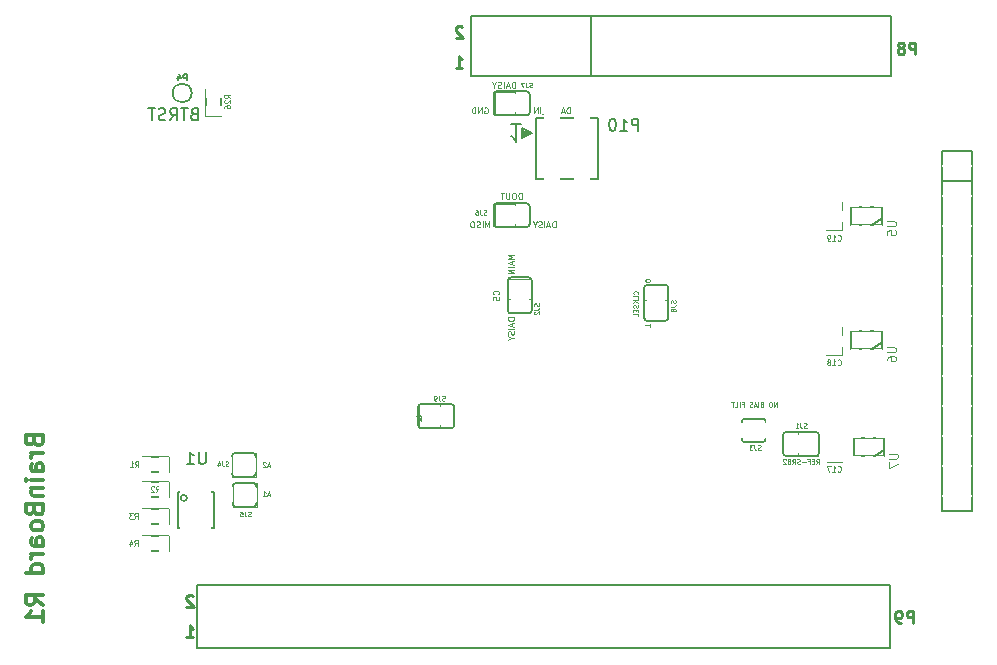
<source format=gbo>
G04 (created by PCBNEW (2013-05-31 BZR 4019)-stable) date 12/30/2013 4:19:26 PM*
%MOIN*%
G04 Gerber Fmt 3.4, Leading zero omitted, Abs format*
%FSLAX34Y34*%
G01*
G70*
G90*
G04 APERTURE LIST*
%ADD10C,0.00590551*%
%ADD11C,0.004*%
%ADD12C,0.00787402*%
%ADD13C,0.00976378*%
%ADD14C,0.011811*%
%ADD15C,0.0026*%
%ADD16C,0.008*%
%ADD17C,0.006*%
%ADD18C,0.005*%
%ADD19C,0.0047*%
%ADD20C,0.0078*%
%ADD21C,0.0035*%
%ADD22C,0.0045*%
%ADD23C,0.003*%
%ADD24C,0.000175*%
%ADD25C,0.0025*%
%ADD26C,0.00125*%
%ADD27R,0.037X0.062*%
%ADD28R,0.028X0.062*%
%ADD29R,0.037X0.057*%
%ADD30C,0.057*%
%ADD31R,0.0316X0.0434*%
%ADD32R,0.057X0.037*%
%ADD33R,0.0986X0.072*%
%ADD34O,0.0986X0.072*%
%ADD35C,0.0632*%
%ADD36C,0.192*%
%ADD37R,0.077X0.077*%
%ADD38R,0.0521575X0.147827*%
%ADD39R,0.062X0.037*%
G04 APERTURE END LIST*
G54D10*
G54D11*
X-12154Y-980D02*
X-12154Y-780D01*
X-12202Y-780D01*
X-12230Y-790D01*
X-12249Y-809D01*
X-12259Y-828D01*
X-12269Y-866D01*
X-12269Y-895D01*
X-12259Y-933D01*
X-12249Y-952D01*
X-12230Y-971D01*
X-12202Y-980D01*
X-12154Y-980D01*
X-12345Y-923D02*
X-12440Y-923D01*
X-12326Y-980D02*
X-12392Y-780D01*
X-12459Y-980D01*
X-12526Y-980D02*
X-12526Y-780D01*
X-12611Y-971D02*
X-12640Y-980D01*
X-12688Y-980D01*
X-12707Y-971D01*
X-12716Y-961D01*
X-12726Y-942D01*
X-12726Y-923D01*
X-12716Y-904D01*
X-12707Y-895D01*
X-12688Y-885D01*
X-12650Y-876D01*
X-12630Y-866D01*
X-12621Y-857D01*
X-12611Y-838D01*
X-12611Y-819D01*
X-12621Y-800D01*
X-12630Y-790D01*
X-12650Y-780D01*
X-12697Y-780D01*
X-12726Y-790D01*
X-12850Y-885D02*
X-12850Y-980D01*
X-12783Y-780D02*
X-12850Y-885D01*
X-12916Y-780D01*
X-12935Y-1000D02*
X-13088Y-1000D01*
X-13135Y-980D02*
X-13135Y-780D01*
X-13230Y-980D02*
X-13230Y-780D01*
X-13345Y-980D01*
X-13345Y-780D01*
X-14997Y-790D02*
X-14978Y-780D01*
X-14950Y-780D01*
X-14921Y-790D01*
X-14902Y-809D01*
X-14892Y-828D01*
X-14883Y-866D01*
X-14883Y-895D01*
X-14892Y-933D01*
X-14902Y-952D01*
X-14921Y-971D01*
X-14950Y-980D01*
X-14969Y-980D01*
X-14997Y-971D01*
X-15007Y-961D01*
X-15007Y-895D01*
X-14969Y-895D01*
X-15092Y-980D02*
X-15092Y-780D01*
X-15207Y-980D01*
X-15207Y-780D01*
X-15302Y-980D02*
X-15302Y-780D01*
X-15350Y-780D01*
X-15378Y-790D01*
X-15397Y-809D01*
X-15407Y-828D01*
X-15416Y-866D01*
X-15416Y-895D01*
X-15407Y-933D01*
X-15397Y-952D01*
X-15378Y-971D01*
X-15350Y-980D01*
X-15302Y-980D01*
X-14835Y-4780D02*
X-14835Y-4580D01*
X-14902Y-4723D01*
X-14969Y-4580D01*
X-14969Y-4780D01*
X-15064Y-4780D02*
X-15064Y-4580D01*
X-15150Y-4771D02*
X-15178Y-4780D01*
X-15226Y-4780D01*
X-15245Y-4771D01*
X-15254Y-4761D01*
X-15264Y-4742D01*
X-15264Y-4723D01*
X-15254Y-4704D01*
X-15245Y-4695D01*
X-15226Y-4685D01*
X-15188Y-4676D01*
X-15169Y-4666D01*
X-15159Y-4657D01*
X-15150Y-4638D01*
X-15150Y-4619D01*
X-15159Y-4600D01*
X-15169Y-4590D01*
X-15188Y-4580D01*
X-15235Y-4580D01*
X-15264Y-4590D01*
X-15388Y-4580D02*
X-15426Y-4580D01*
X-15445Y-4590D01*
X-15464Y-4609D01*
X-15473Y-4647D01*
X-15473Y-4714D01*
X-15464Y-4752D01*
X-15445Y-4771D01*
X-15426Y-4780D01*
X-15388Y-4780D01*
X-15369Y-4771D01*
X-15350Y-4752D01*
X-15340Y-4714D01*
X-15340Y-4647D01*
X-15350Y-4609D01*
X-15369Y-4590D01*
X-15388Y-4580D01*
X-12633Y-4780D02*
X-12633Y-4580D01*
X-12680Y-4580D01*
X-12709Y-4590D01*
X-12728Y-4609D01*
X-12738Y-4628D01*
X-12747Y-4666D01*
X-12747Y-4695D01*
X-12738Y-4733D01*
X-12728Y-4752D01*
X-12709Y-4771D01*
X-12680Y-4780D01*
X-12633Y-4780D01*
X-12823Y-4723D02*
X-12919Y-4723D01*
X-12804Y-4780D02*
X-12871Y-4580D01*
X-12938Y-4780D01*
X-13004Y-4780D02*
X-13004Y-4580D01*
X-13090Y-4771D02*
X-13119Y-4780D01*
X-13166Y-4780D01*
X-13185Y-4771D01*
X-13195Y-4761D01*
X-13204Y-4742D01*
X-13204Y-4723D01*
X-13195Y-4704D01*
X-13185Y-4695D01*
X-13166Y-4685D01*
X-13128Y-4676D01*
X-13109Y-4666D01*
X-13100Y-4657D01*
X-13090Y-4638D01*
X-13090Y-4619D01*
X-13100Y-4600D01*
X-13109Y-4590D01*
X-13128Y-4580D01*
X-13176Y-4580D01*
X-13204Y-4590D01*
X-13328Y-4685D02*
X-13328Y-4780D01*
X-13261Y-4580D02*
X-13328Y-4685D01*
X-13395Y-4580D01*
X-14019Y-7783D02*
X-14219Y-7783D01*
X-14219Y-7830D01*
X-14209Y-7859D01*
X-14190Y-7878D01*
X-14171Y-7888D01*
X-14133Y-7897D01*
X-14104Y-7897D01*
X-14066Y-7888D01*
X-14047Y-7878D01*
X-14028Y-7859D01*
X-14019Y-7830D01*
X-14019Y-7783D01*
X-14076Y-7973D02*
X-14076Y-8069D01*
X-14019Y-7954D02*
X-14219Y-8021D01*
X-14019Y-8088D01*
X-14019Y-8154D02*
X-14219Y-8154D01*
X-14028Y-8240D02*
X-14019Y-8269D01*
X-14019Y-8316D01*
X-14028Y-8335D01*
X-14038Y-8345D01*
X-14057Y-8354D01*
X-14076Y-8354D01*
X-14095Y-8345D01*
X-14104Y-8335D01*
X-14114Y-8316D01*
X-14123Y-8278D01*
X-14133Y-8259D01*
X-14142Y-8250D01*
X-14161Y-8240D01*
X-14180Y-8240D01*
X-14200Y-8250D01*
X-14209Y-8259D01*
X-14219Y-8278D01*
X-14219Y-8326D01*
X-14209Y-8354D01*
X-14114Y-8478D02*
X-14019Y-8478D01*
X-14219Y-8411D02*
X-14114Y-8478D01*
X-14219Y-8545D01*
X-14019Y-5695D02*
X-14219Y-5695D01*
X-14076Y-5761D01*
X-14219Y-5828D01*
X-14019Y-5828D01*
X-14076Y-5914D02*
X-14076Y-6009D01*
X-14019Y-5895D02*
X-14219Y-5961D01*
X-14019Y-6028D01*
X-14019Y-6095D02*
X-14219Y-6095D01*
X-14019Y-6190D02*
X-14219Y-6190D01*
X-14019Y-6304D01*
X-14219Y-6304D01*
X-9485Y-8095D02*
X-9485Y-8004D01*
X-9485Y-8050D02*
X-9645Y-8050D01*
X-9622Y-8034D01*
X-9607Y-8019D01*
X-9599Y-8004D01*
X-9645Y-6542D02*
X-9645Y-6557D01*
X-9637Y-6572D01*
X-9630Y-6580D01*
X-9614Y-6588D01*
X-9584Y-6595D01*
X-9546Y-6595D01*
X-9515Y-6588D01*
X-9500Y-6580D01*
X-9492Y-6572D01*
X-9485Y-6557D01*
X-9485Y-6542D01*
X-9492Y-6527D01*
X-9500Y-6519D01*
X-9515Y-6511D01*
X-9546Y-6504D01*
X-9584Y-6504D01*
X-9614Y-6511D01*
X-9630Y-6519D01*
X-9637Y-6527D01*
X-9645Y-6542D01*
G54D12*
X-11450Y250D02*
X-11450Y2250D01*
X-15450Y250D02*
X-15450Y2250D01*
X-1450Y2250D02*
X-1450Y250D01*
X-1450Y250D02*
X-15450Y250D01*
X-15450Y2250D02*
X-1450Y2250D01*
X250Y-14250D02*
X250Y-3250D01*
X1250Y-14250D02*
X250Y-14250D01*
X1250Y-3250D02*
X1250Y-14250D01*
X1250Y-3250D02*
X1250Y-2250D01*
X250Y-3250D02*
X1250Y-3250D01*
X250Y-2250D02*
X250Y-3250D01*
X1250Y-2250D02*
X250Y-2250D01*
G54D13*
X-15961Y541D02*
X-15738Y541D01*
X-15850Y541D02*
X-15850Y932D01*
X-15812Y876D01*
X-15775Y839D01*
X-15738Y820D01*
X-15738Y1895D02*
X-15757Y1913D01*
X-15794Y1932D01*
X-15887Y1932D01*
X-15924Y1913D01*
X-15942Y1895D01*
X-15961Y1858D01*
X-15961Y1820D01*
X-15942Y1765D01*
X-15719Y1541D01*
X-15961Y1541D01*
X-24713Y-17079D02*
X-24732Y-17061D01*
X-24769Y-17042D01*
X-24862Y-17042D01*
X-24899Y-17061D01*
X-24917Y-17079D01*
X-24936Y-17116D01*
X-24936Y-17154D01*
X-24917Y-17209D01*
X-24694Y-17433D01*
X-24936Y-17433D01*
X-24936Y-18433D02*
X-24713Y-18433D01*
X-24825Y-18433D02*
X-24825Y-18042D01*
X-24787Y-18098D01*
X-24750Y-18135D01*
X-24713Y-18154D01*
X-711Y-17958D02*
X-711Y-17567D01*
X-860Y-17567D01*
X-897Y-17586D01*
X-916Y-17604D01*
X-934Y-17641D01*
X-934Y-17697D01*
X-916Y-17734D01*
X-897Y-17753D01*
X-860Y-17772D01*
X-711Y-17772D01*
X-1120Y-17958D02*
X-1195Y-17958D01*
X-1232Y-17939D01*
X-1251Y-17920D01*
X-1288Y-17865D01*
X-1306Y-17790D01*
X-1306Y-17641D01*
X-1288Y-17604D01*
X-1269Y-17586D01*
X-1232Y-17567D01*
X-1158Y-17567D01*
X-1120Y-17586D01*
X-1102Y-17604D01*
X-1083Y-17641D01*
X-1083Y-17734D01*
X-1102Y-17772D01*
X-1120Y-17790D01*
X-1158Y-17809D01*
X-1232Y-17809D01*
X-1269Y-17790D01*
X-1288Y-17772D01*
X-1306Y-17734D01*
X-636Y991D02*
X-636Y1382D01*
X-785Y1382D01*
X-822Y1363D01*
X-841Y1345D01*
X-859Y1308D01*
X-859Y1252D01*
X-841Y1215D01*
X-822Y1196D01*
X-785Y1177D01*
X-636Y1177D01*
X-1083Y1215D02*
X-1045Y1233D01*
X-1027Y1252D01*
X-1008Y1289D01*
X-1008Y1308D01*
X-1027Y1345D01*
X-1045Y1363D01*
X-1083Y1382D01*
X-1157Y1382D01*
X-1194Y1363D01*
X-1213Y1345D01*
X-1231Y1308D01*
X-1231Y1289D01*
X-1213Y1252D01*
X-1194Y1233D01*
X-1157Y1215D01*
X-1083Y1215D01*
X-1045Y1196D01*
X-1027Y1177D01*
X-1008Y1140D01*
X-1008Y1066D01*
X-1027Y1029D01*
X-1045Y1010D01*
X-1083Y991D01*
X-1157Y991D01*
X-1194Y1010D01*
X-1213Y1029D01*
X-1231Y1066D01*
X-1231Y1140D01*
X-1213Y1177D01*
X-1194Y1196D01*
X-1157Y1215D01*
G54D12*
X-1475Y-18800D02*
X-24575Y-18800D01*
X-1475Y-16700D02*
X-1475Y-18800D01*
X-24575Y-16700D02*
X-1475Y-16700D01*
X-24575Y-18800D02*
X-24575Y-16700D01*
G54D14*
X-30020Y-11903D02*
X-29992Y-11987D01*
X-29964Y-12015D01*
X-29907Y-12044D01*
X-29823Y-12044D01*
X-29767Y-12015D01*
X-29739Y-11987D01*
X-29710Y-11931D01*
X-29710Y-11706D01*
X-30301Y-11706D01*
X-30301Y-11903D01*
X-30273Y-11959D01*
X-30245Y-11987D01*
X-30189Y-12015D01*
X-30132Y-12015D01*
X-30076Y-11987D01*
X-30048Y-11959D01*
X-30020Y-11903D01*
X-30020Y-11706D01*
X-29710Y-12297D02*
X-30104Y-12297D01*
X-29992Y-12297D02*
X-30048Y-12325D01*
X-30076Y-12353D01*
X-30104Y-12409D01*
X-30104Y-12465D01*
X-29710Y-12915D02*
X-30020Y-12915D01*
X-30076Y-12887D01*
X-30104Y-12831D01*
X-30104Y-12719D01*
X-30076Y-12662D01*
X-29739Y-12915D02*
X-29710Y-12859D01*
X-29710Y-12719D01*
X-29739Y-12662D01*
X-29795Y-12634D01*
X-29851Y-12634D01*
X-29907Y-12662D01*
X-29935Y-12719D01*
X-29935Y-12859D01*
X-29964Y-12915D01*
X-29710Y-13197D02*
X-30104Y-13197D01*
X-30301Y-13197D02*
X-30273Y-13168D01*
X-30245Y-13197D01*
X-30273Y-13225D01*
X-30301Y-13197D01*
X-30245Y-13197D01*
X-30104Y-13478D02*
X-29710Y-13478D01*
X-30048Y-13478D02*
X-30076Y-13506D01*
X-30104Y-13562D01*
X-30104Y-13647D01*
X-30076Y-13703D01*
X-30020Y-13731D01*
X-29710Y-13731D01*
X-30020Y-14209D02*
X-29992Y-14293D01*
X-29964Y-14321D01*
X-29907Y-14350D01*
X-29823Y-14350D01*
X-29767Y-14321D01*
X-29739Y-14293D01*
X-29710Y-14237D01*
X-29710Y-14012D01*
X-30301Y-14012D01*
X-30301Y-14209D01*
X-30273Y-14265D01*
X-30245Y-14293D01*
X-30189Y-14321D01*
X-30132Y-14321D01*
X-30076Y-14293D01*
X-30048Y-14265D01*
X-30020Y-14209D01*
X-30020Y-14012D01*
X-29710Y-14687D02*
X-29739Y-14631D01*
X-29767Y-14603D01*
X-29823Y-14575D01*
X-29992Y-14575D01*
X-30048Y-14603D01*
X-30076Y-14631D01*
X-30104Y-14687D01*
X-30104Y-14771D01*
X-30076Y-14828D01*
X-30048Y-14856D01*
X-29992Y-14884D01*
X-29823Y-14884D01*
X-29767Y-14856D01*
X-29739Y-14828D01*
X-29710Y-14771D01*
X-29710Y-14687D01*
X-29710Y-15390D02*
X-30020Y-15390D01*
X-30076Y-15362D01*
X-30104Y-15306D01*
X-30104Y-15193D01*
X-30076Y-15137D01*
X-29739Y-15390D02*
X-29710Y-15334D01*
X-29710Y-15193D01*
X-29739Y-15137D01*
X-29795Y-15109D01*
X-29851Y-15109D01*
X-29907Y-15137D01*
X-29935Y-15193D01*
X-29935Y-15334D01*
X-29964Y-15390D01*
X-29710Y-15671D02*
X-30104Y-15671D01*
X-29992Y-15671D02*
X-30048Y-15699D01*
X-30076Y-15728D01*
X-30104Y-15784D01*
X-30104Y-15840D01*
X-29710Y-16290D02*
X-30301Y-16290D01*
X-29739Y-16290D02*
X-29710Y-16234D01*
X-29710Y-16121D01*
X-29739Y-16065D01*
X-29767Y-16037D01*
X-29823Y-16009D01*
X-29992Y-16009D01*
X-30048Y-16037D01*
X-30076Y-16065D01*
X-30104Y-16121D01*
X-30104Y-16234D01*
X-30076Y-16290D01*
X-29710Y-17359D02*
X-29992Y-17162D01*
X-29710Y-17021D02*
X-30301Y-17021D01*
X-30301Y-17246D01*
X-30273Y-17302D01*
X-30245Y-17330D01*
X-30189Y-17359D01*
X-30104Y-17359D01*
X-30048Y-17330D01*
X-30020Y-17302D01*
X-29992Y-17246D01*
X-29992Y-17021D01*
X-29710Y-17921D02*
X-29710Y-17584D01*
X-29710Y-17752D02*
X-30301Y-17752D01*
X-30217Y-17696D01*
X-30160Y-17640D01*
X-30132Y-17584D01*
G54D15*
X-23425Y-12300D02*
X-22625Y-12300D01*
X-22625Y-12300D02*
X-22625Y-13100D01*
X-23425Y-13100D02*
X-22625Y-13100D01*
X-23425Y-12300D02*
X-23425Y-13100D01*
G54D16*
X-22711Y-12307D02*
X-23339Y-12307D01*
X-23339Y-13093D02*
X-22711Y-13093D01*
X-22632Y-12975D02*
G75*
G02X-22710Y-13092I-97J-19D01*
G74*
G01*
X-23339Y-13093D02*
G75*
G02X-23418Y-12975I19J98D01*
G74*
G01*
X-23417Y-12424D02*
G75*
G02X-23339Y-12307I97J19D01*
G74*
G01*
X-22710Y-12306D02*
G75*
G02X-22631Y-12424I-19J-98D01*
G74*
G01*
G54D15*
X-23400Y-13300D02*
X-22600Y-13300D01*
X-22600Y-13300D02*
X-22600Y-14100D01*
X-23400Y-14100D02*
X-22600Y-14100D01*
X-23400Y-13300D02*
X-23400Y-14100D01*
G54D16*
X-22686Y-13307D02*
X-23314Y-13307D01*
X-23314Y-14093D02*
X-22686Y-14093D01*
X-22607Y-13975D02*
G75*
G02X-22685Y-14092I-97J-19D01*
G74*
G01*
X-23314Y-14093D02*
G75*
G02X-23393Y-13975I19J98D01*
G74*
G01*
X-23392Y-13424D02*
G75*
G02X-23314Y-13307I97J19D01*
G74*
G01*
X-22685Y-13306D02*
G75*
G02X-22606Y-13424I-19J-98D01*
G74*
G01*
G54D15*
X-4560Y-11600D02*
X-3890Y-11600D01*
X-3890Y-11600D02*
X-3890Y-12390D01*
X-4560Y-12390D02*
X-3890Y-12390D01*
X-4560Y-11600D02*
X-4560Y-12390D01*
G54D17*
X-3950Y-11600D02*
X-4950Y-11600D01*
X-3850Y-11700D02*
X-3850Y-12300D01*
X-5050Y-11700D02*
X-5050Y-12300D01*
X-4950Y-12400D02*
X-3950Y-12400D01*
G54D18*
X-4050Y-12200D02*
X-4525Y-12200D01*
X-4525Y-12200D02*
X-4525Y-11800D01*
X-4525Y-11800D02*
X-4050Y-11800D01*
X-4050Y-11800D02*
X-4050Y-12200D01*
G54D17*
X-3850Y-12300D02*
G75*
G02X-3950Y-12400I-100J0D01*
G74*
G01*
X-4950Y-12400D02*
G75*
G02X-5050Y-12300I0J100D01*
G74*
G01*
X-5050Y-11700D02*
G75*
G02X-4950Y-11600I100J0D01*
G74*
G01*
X-3950Y-11600D02*
G75*
G02X-3850Y-11700I0J-100D01*
G74*
G01*
X-24925Y-13800D02*
G75*
G03X-24925Y-13800I-100J0D01*
G74*
G01*
X-24025Y-13600D02*
X-25225Y-13600D01*
X-25225Y-13600D02*
X-25225Y-14800D01*
X-25225Y-14800D02*
X-24025Y-14800D01*
X-24025Y-14800D02*
X-24025Y-13600D01*
G54D16*
X-5711Y-11157D02*
X-6339Y-11157D01*
X-6339Y-11943D02*
X-5711Y-11943D01*
X-5632Y-11825D02*
G75*
G02X-5710Y-11942I-97J-19D01*
G74*
G01*
X-6339Y-11943D02*
G75*
G02X-6418Y-11825I19J98D01*
G74*
G01*
X-6417Y-11274D02*
G75*
G02X-6339Y-11157I97J19D01*
G74*
G01*
X-5710Y-11156D02*
G75*
G02X-5631Y-11274I-19J-98D01*
G74*
G01*
G54D18*
X-26425Y-15575D02*
X-25525Y-15575D01*
X-25525Y-15575D02*
X-25525Y-15075D01*
X-25525Y-15075D02*
X-26425Y-15075D01*
X-26425Y-15075D02*
X-26425Y-15575D01*
X-26425Y-13775D02*
X-25525Y-13775D01*
X-25525Y-13775D02*
X-25525Y-13275D01*
X-25525Y-13275D02*
X-26425Y-13275D01*
X-26425Y-13275D02*
X-26425Y-13775D01*
X-26425Y-14675D02*
X-25525Y-14675D01*
X-25525Y-14675D02*
X-25525Y-14175D01*
X-25525Y-14175D02*
X-26425Y-14175D01*
X-26425Y-14175D02*
X-26425Y-14675D01*
X-26425Y-12950D02*
X-25525Y-12950D01*
X-25525Y-12950D02*
X-25525Y-12450D01*
X-25525Y-12450D02*
X-26425Y-12450D01*
X-26425Y-12450D02*
X-26425Y-12950D01*
X-24763Y-300D02*
G75*
G03X-24763Y-300I-316J0D01*
G74*
G01*
X-2075Y-8850D02*
X-1775Y-8650D01*
X-2775Y-8850D02*
X-1750Y-8850D01*
X-1750Y-8850D02*
X-1750Y-8250D01*
X-1750Y-8250D02*
X-2775Y-8250D01*
X-2775Y-8250D02*
X-2775Y-8850D01*
X-2000Y-12400D02*
X-1700Y-12200D01*
X-2700Y-12400D02*
X-1675Y-12400D01*
X-1675Y-12400D02*
X-1675Y-11800D01*
X-1675Y-11800D02*
X-2700Y-11800D01*
X-2700Y-11800D02*
X-2700Y-12400D01*
X-2075Y-4700D02*
X-1775Y-4500D01*
X-2775Y-4700D02*
X-1750Y-4700D01*
X-1750Y-4700D02*
X-1750Y-4100D01*
X-1750Y-4100D02*
X-2775Y-4100D01*
X-2775Y-4100D02*
X-2775Y-4700D01*
G54D15*
X-16500Y-11470D02*
X-17170Y-11470D01*
X-17170Y-11470D02*
X-17170Y-10680D01*
X-16500Y-10680D02*
X-17170Y-10680D01*
X-16500Y-11470D02*
X-16500Y-10680D01*
G54D17*
X-17110Y-11470D02*
X-16110Y-11470D01*
X-17210Y-11370D02*
X-17210Y-10770D01*
X-16010Y-11370D02*
X-16010Y-10770D01*
X-16110Y-10670D02*
X-17110Y-10670D01*
G54D18*
X-17010Y-10870D02*
X-16535Y-10870D01*
X-16535Y-10870D02*
X-16535Y-11270D01*
X-16535Y-11270D02*
X-17010Y-11270D01*
X-17010Y-11270D02*
X-17010Y-10870D01*
G54D17*
X-17210Y-10770D02*
G75*
G02X-17110Y-10670I100J0D01*
G74*
G01*
X-16110Y-10670D02*
G75*
G02X-16010Y-10770I0J-100D01*
G74*
G01*
X-16010Y-11370D02*
G75*
G02X-16110Y-11470I-100J0D01*
G74*
G01*
X-17110Y-11470D02*
G75*
G02X-17210Y-11370I0J100D01*
G74*
G01*
G54D18*
X-24280Y-160D02*
X-24280Y-1060D01*
X-24280Y-1060D02*
X-23780Y-1060D01*
X-23780Y-1060D02*
X-23780Y-160D01*
X-23780Y-160D02*
X-24280Y-160D01*
G54D19*
X-3094Y-8772D02*
X-3094Y-9047D01*
X-3094Y-8378D02*
X-3094Y-8103D01*
X-3606Y-8772D02*
X-3606Y-9047D01*
X-3606Y-8103D02*
X-3606Y-8378D01*
X-3600Y-9047D02*
X-3100Y-9047D01*
X-3100Y-8103D02*
X-3600Y-8103D01*
X-3094Y-4597D02*
X-3094Y-4872D01*
X-3094Y-4203D02*
X-3094Y-3928D01*
X-3606Y-4597D02*
X-3606Y-4872D01*
X-3606Y-3928D02*
X-3606Y-4203D01*
X-3600Y-4872D02*
X-3100Y-4872D01*
X-3100Y-3928D02*
X-3600Y-3928D01*
X-3069Y-12322D02*
X-3069Y-12597D01*
X-3069Y-11928D02*
X-3069Y-11653D01*
X-3581Y-12322D02*
X-3581Y-12597D01*
X-3581Y-11653D02*
X-3581Y-11928D01*
X-3575Y-12597D02*
X-3075Y-12597D01*
X-3075Y-11653D02*
X-3575Y-11653D01*
G54D20*
X-13273Y-3173D02*
X-11226Y-3173D01*
X-11226Y-3173D02*
X-11226Y-1126D01*
X-11226Y-1126D02*
X-13273Y-1126D01*
X-13273Y-1126D02*
X-13273Y-3173D01*
X-13769Y-1319D02*
X-13942Y-1319D01*
X-14120Y-1736D02*
X-14068Y-1768D01*
X-14068Y-1768D02*
X-14005Y-1819D01*
X-14005Y-1819D02*
X-13950Y-1886D01*
X-13950Y-1886D02*
X-13938Y-1921D01*
X-13938Y-1921D02*
X-13938Y-1319D01*
X-13938Y-1319D02*
X-14112Y-1319D01*
X-13549Y-1598D02*
X-13549Y-1677D01*
X-13588Y-1677D02*
X-13588Y-1598D01*
X-13627Y-1559D02*
X-13627Y-1716D01*
X-13667Y-1716D02*
X-13667Y-1559D01*
X-13706Y-1520D02*
X-13706Y-1756D01*
X-13431Y-1638D02*
X-13746Y-1480D01*
X-13746Y-1480D02*
X-13746Y-1795D01*
X-13746Y-1795D02*
X-13431Y-1638D01*
G54D15*
X-14225Y-7160D02*
X-14225Y-6490D01*
X-14225Y-6490D02*
X-13435Y-6490D01*
X-13435Y-7160D02*
X-13435Y-6490D01*
X-14225Y-7160D02*
X-13435Y-7160D01*
G54D17*
X-14225Y-6550D02*
X-14225Y-7550D01*
X-14125Y-6450D02*
X-13525Y-6450D01*
X-14125Y-7650D02*
X-13525Y-7650D01*
X-13425Y-7550D02*
X-13425Y-6550D01*
G54D18*
X-13625Y-6650D02*
X-13625Y-7125D01*
X-13625Y-7125D02*
X-14025Y-7125D01*
X-14025Y-7125D02*
X-14025Y-6650D01*
X-14025Y-6650D02*
X-13625Y-6650D01*
G54D17*
X-13525Y-6450D02*
G75*
G02X-13425Y-6550I0J-100D01*
G74*
G01*
X-13425Y-7550D02*
G75*
G02X-13525Y-7650I-100J0D01*
G74*
G01*
X-14125Y-7650D02*
G75*
G02X-14225Y-7550I0J100D01*
G74*
G01*
X-14225Y-6550D02*
G75*
G02X-14125Y-6450I100J0D01*
G74*
G01*
G54D15*
X-13990Y-4775D02*
X-14660Y-4775D01*
X-14660Y-4775D02*
X-14660Y-3985D01*
X-13990Y-3985D02*
X-14660Y-3985D01*
X-13990Y-4775D02*
X-13990Y-3985D01*
G54D17*
X-14600Y-4775D02*
X-13600Y-4775D01*
X-14700Y-4675D02*
X-14700Y-4075D01*
X-13500Y-4675D02*
X-13500Y-4075D01*
X-13600Y-3975D02*
X-14600Y-3975D01*
G54D18*
X-14500Y-4175D02*
X-14025Y-4175D01*
X-14025Y-4175D02*
X-14025Y-4575D01*
X-14025Y-4575D02*
X-14500Y-4575D01*
X-14500Y-4575D02*
X-14500Y-4175D01*
G54D17*
X-14700Y-4075D02*
G75*
G02X-14600Y-3975I100J0D01*
G74*
G01*
X-13600Y-3975D02*
G75*
G02X-13500Y-4075I0J-100D01*
G74*
G01*
X-13500Y-4675D02*
G75*
G02X-13600Y-4775I-100J0D01*
G74*
G01*
X-14600Y-4775D02*
G75*
G02X-14700Y-4675I0J100D01*
G74*
G01*
G54D15*
X-13990Y-1050D02*
X-14660Y-1050D01*
X-14660Y-1050D02*
X-14660Y-260D01*
X-13990Y-260D02*
X-14660Y-260D01*
X-13990Y-1050D02*
X-13990Y-260D01*
G54D17*
X-14600Y-1050D02*
X-13600Y-1050D01*
X-14700Y-950D02*
X-14700Y-350D01*
X-13500Y-950D02*
X-13500Y-350D01*
X-13600Y-250D02*
X-14600Y-250D01*
G54D18*
X-14500Y-450D02*
X-14025Y-450D01*
X-14025Y-450D02*
X-14025Y-850D01*
X-14025Y-850D02*
X-14500Y-850D01*
X-14500Y-850D02*
X-14500Y-450D01*
G54D17*
X-14700Y-350D02*
G75*
G02X-14600Y-250I100J0D01*
G74*
G01*
X-13600Y-250D02*
G75*
G02X-13500Y-350I0J-100D01*
G74*
G01*
X-13500Y-950D02*
G75*
G02X-13600Y-1050I-100J0D01*
G74*
G01*
X-14600Y-1050D02*
G75*
G02X-14700Y-950I0J100D01*
G74*
G01*
G54D15*
X-9675Y-7870D02*
X-9675Y-7190D01*
X-9675Y-7190D02*
X-8905Y-7190D01*
X-8905Y-7870D02*
X-8905Y-7190D01*
X-9675Y-7870D02*
X-8905Y-7870D01*
G54D17*
X-9675Y-6800D02*
X-9675Y-7800D01*
X-9575Y-6700D02*
X-8975Y-6700D01*
X-9575Y-7900D02*
X-8975Y-7900D01*
X-8875Y-7800D02*
X-8875Y-6800D01*
G54D18*
X-9075Y-7225D02*
X-9075Y-7700D01*
X-9075Y-7700D02*
X-9475Y-7700D01*
X-9475Y-7700D02*
X-9475Y-7225D01*
X-9475Y-7225D02*
X-9075Y-7225D01*
G54D17*
X-8975Y-6700D02*
G75*
G02X-8875Y-6800I0J-100D01*
G74*
G01*
X-8875Y-7800D02*
G75*
G02X-8975Y-7900I-100J0D01*
G74*
G01*
X-9575Y-7900D02*
G75*
G02X-9675Y-7800I0J100D01*
G74*
G01*
X-9675Y-6800D02*
G75*
G02X-9575Y-6700I100J0D01*
G74*
G01*
G54D21*
X-23542Y-12732D02*
X-23565Y-12739D01*
X-23603Y-12739D01*
X-23618Y-12732D01*
X-23625Y-12724D01*
X-23633Y-12709D01*
X-23633Y-12694D01*
X-23625Y-12678D01*
X-23618Y-12671D01*
X-23603Y-12663D01*
X-23572Y-12655D01*
X-23557Y-12648D01*
X-23549Y-12640D01*
X-23542Y-12625D01*
X-23542Y-12610D01*
X-23549Y-12595D01*
X-23557Y-12587D01*
X-23572Y-12579D01*
X-23610Y-12579D01*
X-23633Y-12587D01*
X-23747Y-12579D02*
X-23747Y-12694D01*
X-23740Y-12716D01*
X-23725Y-12732D01*
X-23702Y-12739D01*
X-23686Y-12739D01*
X-23892Y-12633D02*
X-23892Y-12739D01*
X-23854Y-12572D02*
X-23816Y-12686D01*
X-23915Y-12686D01*
X-22160Y-12719D02*
X-22236Y-12719D01*
X-22145Y-12764D02*
X-22198Y-12604D01*
X-22252Y-12764D01*
X-22297Y-12620D02*
X-22305Y-12612D01*
X-22320Y-12604D01*
X-22358Y-12604D01*
X-22374Y-12612D01*
X-22381Y-12620D01*
X-22389Y-12635D01*
X-22389Y-12650D01*
X-22381Y-12673D01*
X-22290Y-12764D01*
X-22389Y-12764D01*
X-22792Y-14407D02*
X-22815Y-14414D01*
X-22853Y-14414D01*
X-22868Y-14407D01*
X-22875Y-14399D01*
X-22883Y-14384D01*
X-22883Y-14369D01*
X-22875Y-14353D01*
X-22868Y-14346D01*
X-22853Y-14338D01*
X-22822Y-14330D01*
X-22807Y-14323D01*
X-22799Y-14315D01*
X-22792Y-14300D01*
X-22792Y-14285D01*
X-22799Y-14270D01*
X-22807Y-14262D01*
X-22822Y-14254D01*
X-22860Y-14254D01*
X-22883Y-14262D01*
X-22997Y-14254D02*
X-22997Y-14369D01*
X-22990Y-14391D01*
X-22975Y-14407D01*
X-22952Y-14414D01*
X-22936Y-14414D01*
X-23150Y-14254D02*
X-23074Y-14254D01*
X-23066Y-14330D01*
X-23074Y-14323D01*
X-23089Y-14315D01*
X-23127Y-14315D01*
X-23142Y-14323D01*
X-23150Y-14330D01*
X-23157Y-14346D01*
X-23157Y-14384D01*
X-23150Y-14399D01*
X-23142Y-14407D01*
X-23127Y-14414D01*
X-23089Y-14414D01*
X-23074Y-14407D01*
X-23066Y-14399D01*
X-22160Y-13694D02*
X-22236Y-13694D01*
X-22145Y-13739D02*
X-22198Y-13579D01*
X-22252Y-13739D01*
X-22389Y-13739D02*
X-22297Y-13739D01*
X-22343Y-13739D02*
X-22343Y-13579D01*
X-22328Y-13602D01*
X-22313Y-13617D01*
X-22297Y-13625D01*
X-4267Y-11457D02*
X-4290Y-11464D01*
X-4328Y-11464D01*
X-4343Y-11457D01*
X-4350Y-11449D01*
X-4358Y-11434D01*
X-4358Y-11419D01*
X-4350Y-11403D01*
X-4343Y-11396D01*
X-4328Y-11388D01*
X-4297Y-11380D01*
X-4282Y-11373D01*
X-4274Y-11365D01*
X-4267Y-11350D01*
X-4267Y-11335D01*
X-4274Y-11320D01*
X-4282Y-11312D01*
X-4297Y-11304D01*
X-4335Y-11304D01*
X-4358Y-11312D01*
X-4472Y-11304D02*
X-4472Y-11419D01*
X-4465Y-11441D01*
X-4450Y-11457D01*
X-4427Y-11464D01*
X-4411Y-11464D01*
X-4632Y-11464D02*
X-4541Y-11464D01*
X-4587Y-11464D02*
X-4587Y-11304D01*
X-4571Y-11327D01*
X-4556Y-11342D01*
X-4541Y-11350D01*
X-3947Y-12664D02*
X-3893Y-12588D01*
X-3855Y-12664D02*
X-3855Y-12504D01*
X-3916Y-12504D01*
X-3931Y-12512D01*
X-3939Y-12520D01*
X-3947Y-12535D01*
X-3947Y-12558D01*
X-3939Y-12573D01*
X-3931Y-12580D01*
X-3916Y-12588D01*
X-3855Y-12588D01*
X-4015Y-12580D02*
X-4069Y-12580D01*
X-4091Y-12664D02*
X-4015Y-12664D01*
X-4015Y-12504D01*
X-4091Y-12504D01*
X-4213Y-12580D02*
X-4160Y-12580D01*
X-4160Y-12664D02*
X-4160Y-12504D01*
X-4236Y-12504D01*
X-4297Y-12603D02*
X-4419Y-12603D01*
X-4488Y-12657D02*
X-4510Y-12664D01*
X-4549Y-12664D01*
X-4564Y-12657D01*
X-4571Y-12649D01*
X-4579Y-12634D01*
X-4579Y-12619D01*
X-4571Y-12603D01*
X-4564Y-12596D01*
X-4549Y-12588D01*
X-4518Y-12580D01*
X-4503Y-12573D01*
X-4495Y-12565D01*
X-4488Y-12550D01*
X-4488Y-12535D01*
X-4495Y-12520D01*
X-4503Y-12512D01*
X-4518Y-12504D01*
X-4556Y-12504D01*
X-4579Y-12512D01*
X-4739Y-12664D02*
X-4686Y-12588D01*
X-4648Y-12664D02*
X-4648Y-12504D01*
X-4709Y-12504D01*
X-4724Y-12512D01*
X-4731Y-12520D01*
X-4739Y-12535D01*
X-4739Y-12558D01*
X-4731Y-12573D01*
X-4724Y-12580D01*
X-4709Y-12588D01*
X-4648Y-12588D01*
X-4861Y-12580D02*
X-4884Y-12588D01*
X-4891Y-12596D01*
X-4899Y-12611D01*
X-4899Y-12634D01*
X-4891Y-12649D01*
X-4884Y-12657D01*
X-4869Y-12664D01*
X-4808Y-12664D01*
X-4808Y-12504D01*
X-4861Y-12504D01*
X-4876Y-12512D01*
X-4884Y-12520D01*
X-4891Y-12535D01*
X-4891Y-12550D01*
X-4884Y-12565D01*
X-4876Y-12573D01*
X-4861Y-12580D01*
X-4808Y-12580D01*
X-4960Y-12520D02*
X-4968Y-12512D01*
X-4983Y-12504D01*
X-5021Y-12504D01*
X-5036Y-12512D01*
X-5044Y-12520D01*
X-5051Y-12535D01*
X-5051Y-12550D01*
X-5044Y-12573D01*
X-4952Y-12664D01*
X-5051Y-12664D01*
G54D17*
X-24295Y-12261D02*
X-24295Y-12585D01*
X-24314Y-12623D01*
X-24333Y-12642D01*
X-24371Y-12661D01*
X-24447Y-12661D01*
X-24485Y-12642D01*
X-24504Y-12623D01*
X-24523Y-12585D01*
X-24523Y-12261D01*
X-24923Y-12661D02*
X-24695Y-12661D01*
X-24809Y-12661D02*
X-24809Y-12261D01*
X-24771Y-12319D01*
X-24733Y-12357D01*
X-24695Y-12376D01*
G54D21*
X-5800Y-12187D02*
X-5823Y-12194D01*
X-5861Y-12194D01*
X-5876Y-12187D01*
X-5883Y-12179D01*
X-5891Y-12164D01*
X-5891Y-12149D01*
X-5883Y-12133D01*
X-5876Y-12126D01*
X-5861Y-12118D01*
X-5830Y-12110D01*
X-5815Y-12103D01*
X-5807Y-12095D01*
X-5800Y-12080D01*
X-5800Y-12065D01*
X-5807Y-12050D01*
X-5815Y-12042D01*
X-5830Y-12034D01*
X-5868Y-12034D01*
X-5891Y-12042D01*
X-6005Y-12034D02*
X-6005Y-12149D01*
X-5998Y-12171D01*
X-5983Y-12187D01*
X-5960Y-12194D01*
X-5944Y-12194D01*
X-6066Y-12034D02*
X-6165Y-12034D01*
X-6112Y-12095D01*
X-6135Y-12095D01*
X-6150Y-12103D01*
X-6158Y-12110D01*
X-6165Y-12126D01*
X-6165Y-12164D01*
X-6158Y-12179D01*
X-6150Y-12187D01*
X-6135Y-12194D01*
X-6089Y-12194D01*
X-6074Y-12187D01*
X-6066Y-12179D01*
X-5253Y-10764D02*
X-5253Y-10604D01*
X-5344Y-10764D01*
X-5344Y-10604D01*
X-5451Y-10604D02*
X-5481Y-10604D01*
X-5497Y-10612D01*
X-5512Y-10627D01*
X-5520Y-10658D01*
X-5520Y-10711D01*
X-5512Y-10741D01*
X-5497Y-10757D01*
X-5481Y-10764D01*
X-5451Y-10764D01*
X-5436Y-10757D01*
X-5420Y-10741D01*
X-5413Y-10711D01*
X-5413Y-10658D01*
X-5420Y-10627D01*
X-5436Y-10612D01*
X-5451Y-10604D01*
X-5763Y-10680D02*
X-5786Y-10688D01*
X-5794Y-10696D01*
X-5801Y-10711D01*
X-5801Y-10734D01*
X-5794Y-10749D01*
X-5786Y-10757D01*
X-5771Y-10764D01*
X-5710Y-10764D01*
X-5710Y-10604D01*
X-5763Y-10604D01*
X-5779Y-10612D01*
X-5786Y-10620D01*
X-5794Y-10635D01*
X-5794Y-10650D01*
X-5786Y-10665D01*
X-5779Y-10673D01*
X-5763Y-10680D01*
X-5710Y-10680D01*
X-5870Y-10764D02*
X-5870Y-10604D01*
X-5939Y-10719D02*
X-6015Y-10719D01*
X-5923Y-10764D02*
X-5977Y-10604D01*
X-6030Y-10764D01*
X-6076Y-10757D02*
X-6099Y-10764D01*
X-6137Y-10764D01*
X-6152Y-10757D01*
X-6160Y-10749D01*
X-6167Y-10734D01*
X-6167Y-10719D01*
X-6160Y-10703D01*
X-6152Y-10696D01*
X-6137Y-10688D01*
X-6106Y-10680D01*
X-6091Y-10673D01*
X-6083Y-10665D01*
X-6076Y-10650D01*
X-6076Y-10635D01*
X-6083Y-10620D01*
X-6091Y-10612D01*
X-6106Y-10604D01*
X-6144Y-10604D01*
X-6167Y-10612D01*
X-6411Y-10680D02*
X-6358Y-10680D01*
X-6358Y-10764D02*
X-6358Y-10604D01*
X-6434Y-10604D01*
X-6495Y-10764D02*
X-6495Y-10604D01*
X-6647Y-10764D02*
X-6571Y-10764D01*
X-6571Y-10604D01*
X-6678Y-10604D02*
X-6769Y-10604D01*
X-6723Y-10764D02*
X-6723Y-10604D01*
G54D22*
X-26670Y-15405D02*
X-26610Y-15310D01*
X-26567Y-15405D02*
X-26567Y-15205D01*
X-26635Y-15205D01*
X-26652Y-15215D01*
X-26661Y-15225D01*
X-26670Y-15244D01*
X-26670Y-15272D01*
X-26661Y-15291D01*
X-26652Y-15301D01*
X-26635Y-15310D01*
X-26567Y-15310D01*
X-26824Y-15272D02*
X-26824Y-15405D01*
X-26781Y-15196D02*
X-26738Y-15339D01*
X-26850Y-15339D01*
X-25945Y-13605D02*
X-25885Y-13510D01*
X-25842Y-13605D02*
X-25842Y-13405D01*
X-25910Y-13405D01*
X-25927Y-13415D01*
X-25936Y-13425D01*
X-25945Y-13444D01*
X-25945Y-13472D01*
X-25936Y-13491D01*
X-25927Y-13501D01*
X-25910Y-13510D01*
X-25842Y-13510D01*
X-26013Y-13425D02*
X-26022Y-13415D01*
X-26039Y-13405D01*
X-26082Y-13405D01*
X-26099Y-13415D01*
X-26107Y-13425D01*
X-26116Y-13444D01*
X-26116Y-13463D01*
X-26107Y-13491D01*
X-26005Y-13605D01*
X-26116Y-13605D01*
X-26670Y-14505D02*
X-26610Y-14410D01*
X-26567Y-14505D02*
X-26567Y-14305D01*
X-26635Y-14305D01*
X-26652Y-14315D01*
X-26661Y-14325D01*
X-26670Y-14344D01*
X-26670Y-14372D01*
X-26661Y-14391D01*
X-26652Y-14401D01*
X-26635Y-14410D01*
X-26567Y-14410D01*
X-26730Y-14305D02*
X-26841Y-14305D01*
X-26781Y-14382D01*
X-26807Y-14382D01*
X-26824Y-14391D01*
X-26832Y-14401D01*
X-26841Y-14420D01*
X-26841Y-14467D01*
X-26832Y-14486D01*
X-26824Y-14496D01*
X-26807Y-14505D01*
X-26755Y-14505D01*
X-26738Y-14496D01*
X-26730Y-14486D01*
X-26645Y-12780D02*
X-26585Y-12685D01*
X-26542Y-12780D02*
X-26542Y-12580D01*
X-26610Y-12580D01*
X-26627Y-12590D01*
X-26636Y-12600D01*
X-26645Y-12619D01*
X-26645Y-12647D01*
X-26636Y-12666D01*
X-26627Y-12676D01*
X-26610Y-12685D01*
X-26542Y-12685D01*
X-26816Y-12780D02*
X-26713Y-12780D01*
X-26765Y-12780D02*
X-26765Y-12580D01*
X-26747Y-12609D01*
X-26730Y-12628D01*
X-26713Y-12638D01*
G54D18*
X-24932Y118D02*
X-24932Y318D01*
X-25008Y318D01*
X-25027Y308D01*
X-25037Y299D01*
X-25046Y279D01*
X-25046Y251D01*
X-25037Y232D01*
X-25027Y222D01*
X-25008Y213D01*
X-24932Y213D01*
X-25218Y251D02*
X-25218Y118D01*
X-25170Y327D02*
X-25122Y184D01*
X-25246Y184D01*
X-24683Y-1002D02*
X-24740Y-1021D01*
X-24759Y-1040D01*
X-24778Y-1078D01*
X-24778Y-1135D01*
X-24759Y-1173D01*
X-24740Y-1192D01*
X-24702Y-1211D01*
X-24550Y-1211D01*
X-24550Y-811D01*
X-24683Y-811D01*
X-24721Y-830D01*
X-24740Y-850D01*
X-24759Y-888D01*
X-24759Y-926D01*
X-24740Y-964D01*
X-24721Y-983D01*
X-24683Y-1002D01*
X-24550Y-1002D01*
X-24892Y-811D02*
X-25121Y-811D01*
X-25007Y-1211D02*
X-25007Y-811D01*
X-25483Y-1211D02*
X-25350Y-1021D01*
X-25254Y-1211D02*
X-25254Y-811D01*
X-25407Y-811D01*
X-25445Y-830D01*
X-25464Y-850D01*
X-25483Y-888D01*
X-25483Y-945D01*
X-25464Y-983D01*
X-25445Y-1002D01*
X-25407Y-1021D01*
X-25254Y-1021D01*
X-25635Y-1192D02*
X-25692Y-1211D01*
X-25788Y-1211D01*
X-25826Y-1192D01*
X-25845Y-1173D01*
X-25864Y-1135D01*
X-25864Y-1097D01*
X-25845Y-1059D01*
X-25826Y-1040D01*
X-25788Y-1021D01*
X-25711Y-1002D01*
X-25673Y-983D01*
X-25654Y-964D01*
X-25635Y-926D01*
X-25635Y-888D01*
X-25654Y-850D01*
X-25673Y-830D01*
X-25711Y-811D01*
X-25807Y-811D01*
X-25864Y-830D01*
X-25978Y-811D02*
X-26207Y-811D01*
X-26092Y-1211D02*
X-26092Y-811D01*
G54D23*
X-1578Y-8771D02*
X-1335Y-8771D01*
X-1307Y-8785D01*
X-1292Y-8800D01*
X-1278Y-8828D01*
X-1278Y-8885D01*
X-1292Y-8914D01*
X-1307Y-8928D01*
X-1335Y-8942D01*
X-1578Y-8942D01*
X-1578Y-9214D02*
X-1578Y-9157D01*
X-1564Y-9128D01*
X-1550Y-9114D01*
X-1507Y-9085D01*
X-1450Y-9071D01*
X-1335Y-9071D01*
X-1307Y-9085D01*
X-1292Y-9100D01*
X-1278Y-9128D01*
X-1278Y-9185D01*
X-1292Y-9214D01*
X-1307Y-9228D01*
X-1335Y-9242D01*
X-1407Y-9242D01*
X-1435Y-9228D01*
X-1450Y-9214D01*
X-1464Y-9185D01*
X-1464Y-9128D01*
X-1450Y-9100D01*
X-1435Y-9085D01*
X-1407Y-9071D01*
X-1528Y-12321D02*
X-1285Y-12321D01*
X-1257Y-12335D01*
X-1242Y-12350D01*
X-1228Y-12378D01*
X-1228Y-12435D01*
X-1242Y-12464D01*
X-1257Y-12478D01*
X-1285Y-12492D01*
X-1528Y-12492D01*
X-1528Y-12607D02*
X-1528Y-12807D01*
X-1228Y-12678D01*
X-1578Y-4571D02*
X-1335Y-4571D01*
X-1307Y-4585D01*
X-1292Y-4600D01*
X-1278Y-4628D01*
X-1278Y-4685D01*
X-1292Y-4714D01*
X-1307Y-4728D01*
X-1335Y-4742D01*
X-1578Y-4742D01*
X-1578Y-5028D02*
X-1578Y-4885D01*
X-1435Y-4871D01*
X-1450Y-4885D01*
X-1464Y-4914D01*
X-1464Y-4985D01*
X-1450Y-5014D01*
X-1435Y-5028D01*
X-1407Y-5042D01*
X-1335Y-5042D01*
X-1307Y-5028D01*
X-1292Y-5014D01*
X-1278Y-4985D01*
X-1278Y-4914D01*
X-1292Y-4885D01*
X-1307Y-4871D01*
G54D21*
X-16327Y-10547D02*
X-16350Y-10554D01*
X-16388Y-10554D01*
X-16403Y-10547D01*
X-16410Y-10539D01*
X-16418Y-10524D01*
X-16418Y-10509D01*
X-16410Y-10493D01*
X-16403Y-10486D01*
X-16388Y-10478D01*
X-16357Y-10470D01*
X-16342Y-10463D01*
X-16334Y-10455D01*
X-16327Y-10440D01*
X-16327Y-10425D01*
X-16334Y-10410D01*
X-16342Y-10402D01*
X-16357Y-10394D01*
X-16395Y-10394D01*
X-16418Y-10402D01*
X-16532Y-10394D02*
X-16532Y-10509D01*
X-16525Y-10531D01*
X-16510Y-10547D01*
X-16487Y-10554D01*
X-16471Y-10554D01*
X-16616Y-10554D02*
X-16647Y-10554D01*
X-16662Y-10547D01*
X-16670Y-10539D01*
X-16685Y-10516D01*
X-16692Y-10486D01*
X-16692Y-10425D01*
X-16685Y-10410D01*
X-16677Y-10402D01*
X-16662Y-10394D01*
X-16631Y-10394D01*
X-16616Y-10402D01*
X-16609Y-10410D01*
X-16601Y-10425D01*
X-16601Y-10463D01*
X-16609Y-10478D01*
X-16616Y-10486D01*
X-16631Y-10493D01*
X-16662Y-10493D01*
X-16677Y-10486D01*
X-16685Y-10478D01*
X-16692Y-10463D01*
G54D24*
X-16521Y-11069D02*
X-16521Y-11062D01*
X-16524Y-11063D02*
X-16524Y-11063D01*
X-16525Y-11062D01*
X-16526Y-11062D01*
X-16527Y-11063D01*
X-16527Y-11063D01*
X-16528Y-11064D01*
X-16528Y-11064D01*
X-16527Y-11065D01*
X-16523Y-11069D01*
X-16528Y-11069D01*
X-16535Y-11069D02*
X-16534Y-11069D01*
X-16533Y-11069D01*
X-16533Y-11069D01*
X-16532Y-11069D01*
X-16531Y-11068D01*
X-16531Y-11068D01*
X-16530Y-11066D01*
X-16530Y-11065D01*
X-16531Y-11064D01*
X-16531Y-11063D01*
X-16532Y-11063D01*
X-16533Y-11062D01*
X-16533Y-11062D01*
X-16534Y-11063D01*
X-16535Y-11063D01*
X-16543Y-11067D02*
X-16546Y-11067D01*
X-16542Y-11069D02*
X-16544Y-11062D01*
X-16547Y-11069D01*
X-16552Y-11069D02*
X-16552Y-11062D01*
X-16552Y-11069D02*
X-16551Y-11069D01*
X-16550Y-11069D01*
X-16549Y-11069D01*
X-16549Y-11069D01*
X-16549Y-11068D01*
X-16549Y-11066D01*
X-16549Y-11065D01*
X-16549Y-11065D01*
X-16550Y-11065D01*
X-16551Y-11065D01*
X-16552Y-11065D01*
X-16558Y-11069D02*
X-16558Y-11062D01*
X-16558Y-11069D02*
X-16558Y-11069D01*
X-16556Y-11069D01*
X-16556Y-11069D01*
X-16555Y-11069D01*
X-16555Y-11068D01*
X-16555Y-11066D01*
X-16555Y-11065D01*
X-16556Y-11065D01*
X-16556Y-11065D01*
X-16558Y-11065D01*
X-16558Y-11065D01*
X-16562Y-11069D02*
X-16562Y-11065D01*
X-16562Y-11066D02*
X-16562Y-11065D01*
X-16562Y-11065D01*
X-16563Y-11065D01*
X-16564Y-11065D01*
X-16569Y-11069D02*
X-16568Y-11069D01*
X-16567Y-11069D01*
X-16566Y-11069D01*
X-16566Y-11068D01*
X-16566Y-11066D01*
X-16566Y-11065D01*
X-16567Y-11065D01*
X-16568Y-11065D01*
X-16569Y-11065D01*
X-16569Y-11066D01*
X-16569Y-11066D01*
X-16566Y-11067D01*
X-16572Y-11069D02*
X-16572Y-11069D01*
X-16574Y-11069D01*
X-16574Y-11069D01*
X-16575Y-11068D01*
X-16575Y-11068D01*
X-16574Y-11067D01*
X-16574Y-11067D01*
X-16573Y-11067D01*
X-16572Y-11067D01*
X-16572Y-11066D01*
X-16572Y-11066D01*
X-16572Y-11065D01*
X-16573Y-11065D01*
X-16574Y-11065D01*
X-16574Y-11065D01*
X-16577Y-11069D02*
X-16578Y-11069D01*
X-16579Y-11069D01*
X-16580Y-11069D01*
X-16580Y-11068D01*
X-16580Y-11068D01*
X-16580Y-11067D01*
X-16579Y-11067D01*
X-16578Y-11067D01*
X-16578Y-11067D01*
X-16577Y-11066D01*
X-16577Y-11066D01*
X-16578Y-11065D01*
X-16578Y-11065D01*
X-16579Y-11065D01*
X-16580Y-11065D01*
X-16588Y-11069D02*
X-16589Y-11069D01*
X-16591Y-11069D01*
X-16592Y-11069D01*
X-16592Y-11069D01*
X-16592Y-11068D01*
X-16592Y-11067D01*
X-16592Y-11067D01*
X-16592Y-11066D01*
X-16591Y-11066D01*
X-16590Y-11066D01*
X-16589Y-11065D01*
X-16589Y-11065D01*
X-16588Y-11064D01*
X-16588Y-11064D01*
X-16589Y-11063D01*
X-16589Y-11063D01*
X-16590Y-11062D01*
X-16591Y-11062D01*
X-16592Y-11063D01*
X-16598Y-11069D02*
X-16597Y-11069D01*
X-16596Y-11069D01*
X-16595Y-11069D01*
X-16595Y-11068D01*
X-16595Y-11066D01*
X-16595Y-11065D01*
X-16596Y-11065D01*
X-16597Y-11065D01*
X-16598Y-11065D01*
X-16598Y-11066D01*
X-16598Y-11066D01*
X-16595Y-11067D01*
X-16602Y-11069D02*
X-16602Y-11069D01*
X-16601Y-11068D01*
X-16601Y-11062D01*
X-16608Y-11069D02*
X-16607Y-11069D01*
X-16606Y-11069D01*
X-16605Y-11069D01*
X-16605Y-11068D01*
X-16605Y-11066D01*
X-16605Y-11065D01*
X-16606Y-11065D01*
X-16607Y-11065D01*
X-16608Y-11065D01*
X-16608Y-11066D01*
X-16608Y-11066D01*
X-16605Y-11067D01*
X-16614Y-11069D02*
X-16613Y-11069D01*
X-16612Y-11069D01*
X-16611Y-11069D01*
X-16611Y-11069D01*
X-16611Y-11068D01*
X-16611Y-11066D01*
X-16611Y-11065D01*
X-16611Y-11065D01*
X-16612Y-11065D01*
X-16613Y-11065D01*
X-16614Y-11065D01*
X-16616Y-11065D02*
X-16619Y-11065D01*
X-16617Y-11062D02*
X-16617Y-11068D01*
X-16617Y-11069D01*
X-16618Y-11069D01*
X-16619Y-11069D01*
X-16628Y-11072D02*
X-16628Y-11072D01*
X-16627Y-11071D01*
X-16627Y-11070D01*
X-16627Y-11069D01*
X-16626Y-11067D01*
X-16626Y-11066D01*
X-16627Y-11064D01*
X-16627Y-11063D01*
X-16627Y-11063D01*
X-16628Y-11062D01*
X-16628Y-11061D01*
X-16631Y-11063D02*
X-16631Y-11063D01*
X-16632Y-11062D01*
X-16633Y-11062D01*
X-16634Y-11063D01*
X-16634Y-11063D01*
X-16635Y-11064D01*
X-16635Y-11064D01*
X-16634Y-11065D01*
X-16630Y-11069D01*
X-16635Y-11069D01*
X-16643Y-11069D02*
X-16643Y-11069D01*
X-16642Y-11069D01*
X-16641Y-11068D01*
X-16640Y-11066D01*
X-16639Y-11065D01*
X-16639Y-11064D01*
X-16639Y-11063D01*
X-16639Y-11063D01*
X-16640Y-11062D01*
X-16640Y-11062D01*
X-16641Y-11063D01*
X-16641Y-11063D01*
X-16641Y-11064D01*
X-16641Y-11064D01*
X-16640Y-11065D01*
X-16638Y-11066D01*
X-16638Y-11066D01*
X-16638Y-11067D01*
X-16638Y-11068D01*
X-16638Y-11069D01*
X-16638Y-11069D01*
X-16639Y-11069D01*
X-16640Y-11069D01*
X-16641Y-11069D01*
X-16641Y-11069D01*
X-16642Y-11067D01*
X-16642Y-11066D01*
X-16642Y-11066D01*
X-16646Y-11062D02*
X-16650Y-11062D01*
X-16648Y-11065D01*
X-16649Y-11065D01*
X-16649Y-11065D01*
X-16650Y-11066D01*
X-16650Y-11066D01*
X-16650Y-11068D01*
X-16650Y-11069D01*
X-16649Y-11069D01*
X-16649Y-11069D01*
X-16647Y-11069D01*
X-16646Y-11069D01*
X-16646Y-11069D01*
X-16653Y-11069D02*
X-16653Y-11062D01*
X-16657Y-11069D01*
X-16657Y-11062D01*
X-16664Y-11069D02*
X-16664Y-11069D01*
X-16663Y-11069D01*
X-16662Y-11069D01*
X-16661Y-11069D01*
X-16661Y-11068D01*
X-16660Y-11068D01*
X-16660Y-11066D01*
X-16660Y-11065D01*
X-16660Y-11064D01*
X-16661Y-11063D01*
X-16661Y-11063D01*
X-16662Y-11062D01*
X-16663Y-11062D01*
X-16664Y-11063D01*
X-16664Y-11063D01*
X-16667Y-11072D02*
X-16667Y-11072D01*
X-16668Y-11071D01*
X-16668Y-11070D01*
X-16668Y-11069D01*
X-16669Y-11067D01*
X-16669Y-11066D01*
X-16668Y-11064D01*
X-16668Y-11063D01*
X-16668Y-11063D01*
X-16667Y-11062D01*
X-16667Y-11061D01*
G54D21*
G54D25*
X-16987Y-11324D02*
X-16923Y-11247D01*
X-16952Y-11223D01*
X-16963Y-11220D01*
X-16969Y-11221D01*
X-16979Y-11225D01*
X-16988Y-11236D01*
X-16991Y-11247D01*
X-16990Y-11253D01*
X-16986Y-11263D01*
X-16957Y-11288D01*
X-17042Y-11241D02*
X-17078Y-11210D01*
X-17053Y-11269D02*
X-17014Y-11171D01*
X-17104Y-11226D01*
X-17123Y-11204D02*
X-17137Y-11199D01*
X-17155Y-11183D01*
X-17159Y-11173D01*
X-17160Y-11167D01*
X-17157Y-11156D01*
X-17151Y-11149D01*
X-17142Y-11145D01*
X-17135Y-11144D01*
X-17125Y-11147D01*
X-17107Y-11155D01*
X-17096Y-11158D01*
X-17090Y-11157D01*
X-17080Y-11153D01*
X-17074Y-11146D01*
X-17071Y-11135D01*
X-17072Y-11129D01*
X-17076Y-11119D01*
X-17094Y-11104D01*
X-17108Y-11098D01*
X-17127Y-11076D02*
X-17171Y-11039D01*
X-17213Y-11134D02*
X-17149Y-11058D01*
X-17227Y-11054D02*
X-17253Y-11033D01*
X-17297Y-11064D02*
X-17261Y-11094D01*
X-17197Y-11018D01*
X-17233Y-10987D01*
G54D21*
G54D22*
X-23469Y-474D02*
X-23564Y-414D01*
X-23469Y-371D02*
X-23669Y-371D01*
X-23669Y-440D01*
X-23659Y-457D01*
X-23650Y-465D01*
X-23630Y-474D01*
X-23602Y-474D01*
X-23583Y-465D01*
X-23573Y-457D01*
X-23564Y-440D01*
X-23564Y-371D01*
X-23650Y-542D02*
X-23659Y-551D01*
X-23669Y-568D01*
X-23669Y-611D01*
X-23659Y-628D01*
X-23650Y-637D01*
X-23630Y-645D01*
X-23611Y-645D01*
X-23583Y-637D01*
X-23469Y-534D01*
X-23469Y-645D01*
X-23669Y-800D02*
X-23669Y-765D01*
X-23659Y-748D01*
X-23650Y-740D01*
X-23621Y-722D01*
X-23583Y-714D01*
X-23507Y-714D01*
X-23488Y-722D01*
X-23478Y-731D01*
X-23469Y-748D01*
X-23469Y-782D01*
X-23478Y-800D01*
X-23488Y-808D01*
X-23507Y-817D01*
X-23554Y-817D01*
X-23573Y-808D01*
X-23583Y-800D01*
X-23592Y-782D01*
X-23592Y-748D01*
X-23583Y-731D01*
X-23573Y-722D01*
X-23554Y-714D01*
X-3234Y-9361D02*
X-3225Y-9371D01*
X-3200Y-9380D01*
X-3182Y-9380D01*
X-3157Y-9371D01*
X-3140Y-9352D01*
X-3131Y-9333D01*
X-3122Y-9295D01*
X-3122Y-9266D01*
X-3131Y-9228D01*
X-3140Y-9209D01*
X-3157Y-9190D01*
X-3182Y-9180D01*
X-3200Y-9180D01*
X-3225Y-9190D01*
X-3234Y-9200D01*
X-3405Y-9380D02*
X-3302Y-9380D01*
X-3354Y-9380D02*
X-3354Y-9180D01*
X-3337Y-9209D01*
X-3320Y-9228D01*
X-3302Y-9238D01*
X-3508Y-9266D02*
X-3491Y-9257D01*
X-3482Y-9247D01*
X-3474Y-9228D01*
X-3474Y-9219D01*
X-3482Y-9200D01*
X-3491Y-9190D01*
X-3508Y-9180D01*
X-3542Y-9180D01*
X-3560Y-9190D01*
X-3568Y-9200D01*
X-3577Y-9219D01*
X-3577Y-9228D01*
X-3568Y-9247D01*
X-3560Y-9257D01*
X-3542Y-9266D01*
X-3508Y-9266D01*
X-3491Y-9276D01*
X-3482Y-9285D01*
X-3474Y-9304D01*
X-3474Y-9342D01*
X-3482Y-9361D01*
X-3491Y-9371D01*
X-3508Y-9380D01*
X-3542Y-9380D01*
X-3560Y-9371D01*
X-3568Y-9361D01*
X-3577Y-9342D01*
X-3577Y-9304D01*
X-3568Y-9285D01*
X-3560Y-9276D01*
X-3542Y-9266D01*
X-3234Y-5211D02*
X-3225Y-5221D01*
X-3200Y-5230D01*
X-3182Y-5230D01*
X-3157Y-5221D01*
X-3140Y-5202D01*
X-3131Y-5183D01*
X-3122Y-5145D01*
X-3122Y-5116D01*
X-3131Y-5078D01*
X-3140Y-5059D01*
X-3157Y-5040D01*
X-3182Y-5030D01*
X-3200Y-5030D01*
X-3225Y-5040D01*
X-3234Y-5050D01*
X-3405Y-5230D02*
X-3302Y-5230D01*
X-3354Y-5230D02*
X-3354Y-5030D01*
X-3337Y-5059D01*
X-3320Y-5078D01*
X-3302Y-5088D01*
X-3491Y-5230D02*
X-3525Y-5230D01*
X-3542Y-5221D01*
X-3551Y-5211D01*
X-3568Y-5183D01*
X-3577Y-5145D01*
X-3577Y-5069D01*
X-3568Y-5050D01*
X-3560Y-5040D01*
X-3542Y-5030D01*
X-3508Y-5030D01*
X-3491Y-5040D01*
X-3482Y-5050D01*
X-3474Y-5069D01*
X-3474Y-5116D01*
X-3482Y-5135D01*
X-3491Y-5145D01*
X-3508Y-5154D01*
X-3542Y-5154D01*
X-3560Y-5145D01*
X-3568Y-5135D01*
X-3577Y-5116D01*
X-3234Y-12911D02*
X-3225Y-12921D01*
X-3200Y-12930D01*
X-3182Y-12930D01*
X-3157Y-12921D01*
X-3140Y-12902D01*
X-3131Y-12883D01*
X-3122Y-12845D01*
X-3122Y-12816D01*
X-3131Y-12778D01*
X-3140Y-12759D01*
X-3157Y-12740D01*
X-3182Y-12730D01*
X-3200Y-12730D01*
X-3225Y-12740D01*
X-3234Y-12750D01*
X-3405Y-12930D02*
X-3302Y-12930D01*
X-3354Y-12930D02*
X-3354Y-12730D01*
X-3337Y-12759D01*
X-3320Y-12778D01*
X-3302Y-12788D01*
X-3465Y-12730D02*
X-3585Y-12730D01*
X-3508Y-12930D01*
G54D20*
X-9872Y-1559D02*
X-9872Y-1166D01*
X-10022Y-1166D01*
X-10059Y-1184D01*
X-10078Y-1203D01*
X-10097Y-1240D01*
X-10097Y-1297D01*
X-10078Y-1334D01*
X-10059Y-1353D01*
X-10022Y-1371D01*
X-9872Y-1371D01*
X-10471Y-1559D02*
X-10247Y-1559D01*
X-10359Y-1559D02*
X-10359Y-1166D01*
X-10321Y-1222D01*
X-10284Y-1259D01*
X-10247Y-1278D01*
X-10714Y-1166D02*
X-10752Y-1166D01*
X-10789Y-1184D01*
X-10808Y-1203D01*
X-10827Y-1240D01*
X-10845Y-1315D01*
X-10845Y-1409D01*
X-10827Y-1484D01*
X-10808Y-1521D01*
X-10789Y-1540D01*
X-10752Y-1559D01*
X-10714Y-1559D01*
X-10677Y-1540D01*
X-10658Y-1521D01*
X-10640Y-1484D01*
X-10621Y-1409D01*
X-10621Y-1315D01*
X-10640Y-1240D01*
X-10658Y-1203D01*
X-10677Y-1184D01*
X-10714Y-1166D01*
G54D21*
X-13192Y-7317D02*
X-13185Y-7340D01*
X-13185Y-7378D01*
X-13192Y-7393D01*
X-13200Y-7400D01*
X-13215Y-7408D01*
X-13230Y-7408D01*
X-13246Y-7400D01*
X-13253Y-7393D01*
X-13261Y-7378D01*
X-13269Y-7347D01*
X-13276Y-7332D01*
X-13284Y-7324D01*
X-13299Y-7317D01*
X-13314Y-7317D01*
X-13330Y-7324D01*
X-13337Y-7332D01*
X-13345Y-7347D01*
X-13345Y-7385D01*
X-13337Y-7408D01*
X-13345Y-7522D02*
X-13230Y-7522D01*
X-13208Y-7515D01*
X-13192Y-7500D01*
X-13185Y-7477D01*
X-13185Y-7461D01*
X-13330Y-7591D02*
X-13337Y-7599D01*
X-13345Y-7614D01*
X-13345Y-7652D01*
X-13337Y-7667D01*
X-13330Y-7675D01*
X-13314Y-7682D01*
X-13299Y-7682D01*
X-13276Y-7675D01*
X-13185Y-7583D01*
X-13185Y-7682D01*
X-14538Y-7016D02*
X-14528Y-7007D01*
X-14519Y-6978D01*
X-14519Y-6959D01*
X-14528Y-6930D01*
X-14547Y-6911D01*
X-14566Y-6902D01*
X-14604Y-6892D01*
X-14633Y-6892D01*
X-14671Y-6902D01*
X-14690Y-6911D01*
X-14709Y-6930D01*
X-14719Y-6959D01*
X-14719Y-6978D01*
X-14709Y-7007D01*
X-14700Y-7016D01*
X-14528Y-7092D02*
X-14519Y-7121D01*
X-14519Y-7169D01*
X-14528Y-7188D01*
X-14538Y-7197D01*
X-14557Y-7207D01*
X-14576Y-7207D01*
X-14595Y-7197D01*
X-14604Y-7188D01*
X-14614Y-7169D01*
X-14623Y-7130D01*
X-14633Y-7111D01*
X-14642Y-7102D01*
X-14661Y-7092D01*
X-14680Y-7092D01*
X-14700Y-7102D01*
X-14709Y-7111D01*
X-14719Y-7130D01*
X-14719Y-7178D01*
X-14709Y-7207D01*
X-14942Y-4357D02*
X-14965Y-4364D01*
X-15003Y-4364D01*
X-15018Y-4357D01*
X-15025Y-4349D01*
X-15033Y-4334D01*
X-15033Y-4319D01*
X-15025Y-4303D01*
X-15018Y-4296D01*
X-15003Y-4288D01*
X-14972Y-4280D01*
X-14957Y-4273D01*
X-14949Y-4265D01*
X-14942Y-4250D01*
X-14942Y-4235D01*
X-14949Y-4220D01*
X-14957Y-4212D01*
X-14972Y-4204D01*
X-15010Y-4204D01*
X-15033Y-4212D01*
X-15147Y-4204D02*
X-15147Y-4319D01*
X-15140Y-4341D01*
X-15125Y-4357D01*
X-15102Y-4364D01*
X-15086Y-4364D01*
X-15292Y-4204D02*
X-15262Y-4204D01*
X-15246Y-4212D01*
X-15239Y-4220D01*
X-15224Y-4242D01*
X-15216Y-4273D01*
X-15216Y-4334D01*
X-15224Y-4349D01*
X-15231Y-4357D01*
X-15246Y-4364D01*
X-15277Y-4364D01*
X-15292Y-4357D01*
X-15300Y-4349D01*
X-15307Y-4334D01*
X-15307Y-4296D01*
X-15300Y-4280D01*
X-15292Y-4273D01*
X-15277Y-4265D01*
X-15246Y-4265D01*
X-15231Y-4273D01*
X-15224Y-4280D01*
X-15216Y-4296D01*
G54D26*
X-13902Y-4392D02*
X-13902Y-4342D01*
X-13914Y-4342D01*
X-13921Y-4344D01*
X-13926Y-4349D01*
X-13929Y-4354D01*
X-13931Y-4363D01*
X-13931Y-4370D01*
X-13929Y-4380D01*
X-13926Y-4385D01*
X-13921Y-4389D01*
X-13914Y-4392D01*
X-13902Y-4392D01*
X-13950Y-4377D02*
X-13974Y-4377D01*
X-13945Y-4392D02*
X-13962Y-4342D01*
X-13979Y-4392D01*
X-13995Y-4392D02*
X-13995Y-4342D01*
X-14017Y-4389D02*
X-14024Y-4392D01*
X-14036Y-4392D01*
X-14040Y-4389D01*
X-14043Y-4387D01*
X-14045Y-4382D01*
X-14045Y-4377D01*
X-14043Y-4373D01*
X-14040Y-4370D01*
X-14036Y-4368D01*
X-14026Y-4366D01*
X-14021Y-4363D01*
X-14019Y-4361D01*
X-14017Y-4356D01*
X-14017Y-4351D01*
X-14019Y-4347D01*
X-14021Y-4344D01*
X-14026Y-4342D01*
X-14038Y-4342D01*
X-14045Y-4344D01*
X-14076Y-4368D02*
X-14076Y-4392D01*
X-14059Y-4342D02*
X-14076Y-4368D01*
X-14093Y-4342D01*
X-14098Y-4397D02*
X-14136Y-4397D01*
X-14157Y-4342D02*
X-14167Y-4342D01*
X-14171Y-4344D01*
X-14176Y-4349D01*
X-14179Y-4358D01*
X-14179Y-4375D01*
X-14176Y-4385D01*
X-14171Y-4389D01*
X-14167Y-4392D01*
X-14157Y-4392D01*
X-14152Y-4389D01*
X-14148Y-4385D01*
X-14145Y-4375D01*
X-14145Y-4358D01*
X-14148Y-4349D01*
X-14152Y-4344D01*
X-14157Y-4342D01*
X-14200Y-4342D02*
X-14200Y-4382D01*
X-14202Y-4387D01*
X-14205Y-4389D01*
X-14210Y-4392D01*
X-14219Y-4392D01*
X-14224Y-4389D01*
X-14226Y-4387D01*
X-14229Y-4382D01*
X-14229Y-4342D01*
X-14245Y-4342D02*
X-14274Y-4342D01*
X-14260Y-4392D02*
X-14260Y-4342D01*
G54D21*
X-13761Y-3830D02*
X-13761Y-3630D01*
X-13809Y-3630D01*
X-13838Y-3640D01*
X-13857Y-3659D01*
X-13866Y-3678D01*
X-13876Y-3716D01*
X-13876Y-3745D01*
X-13866Y-3783D01*
X-13857Y-3802D01*
X-13838Y-3821D01*
X-13809Y-3830D01*
X-13761Y-3830D01*
X-14000Y-3630D02*
X-14038Y-3630D01*
X-14057Y-3640D01*
X-14076Y-3659D01*
X-14085Y-3697D01*
X-14085Y-3764D01*
X-14076Y-3802D01*
X-14057Y-3821D01*
X-14038Y-3830D01*
X-14000Y-3830D01*
X-13980Y-3821D01*
X-13961Y-3802D01*
X-13952Y-3764D01*
X-13952Y-3697D01*
X-13961Y-3659D01*
X-13980Y-3640D01*
X-14000Y-3630D01*
X-14171Y-3630D02*
X-14171Y-3792D01*
X-14180Y-3811D01*
X-14190Y-3821D01*
X-14209Y-3830D01*
X-14247Y-3830D01*
X-14266Y-3821D01*
X-14276Y-3811D01*
X-14285Y-3792D01*
X-14285Y-3630D01*
X-14352Y-3630D02*
X-14466Y-3630D01*
X-14409Y-3830D02*
X-14409Y-3630D01*
X-13417Y-107D02*
X-13440Y-114D01*
X-13478Y-114D01*
X-13493Y-107D01*
X-13500Y-99D01*
X-13508Y-84D01*
X-13508Y-69D01*
X-13500Y-53D01*
X-13493Y-46D01*
X-13478Y-38D01*
X-13447Y-30D01*
X-13432Y-23D01*
X-13424Y-15D01*
X-13417Y0D01*
X-13417Y14D01*
X-13424Y30D01*
X-13432Y37D01*
X-13447Y45D01*
X-13485Y45D01*
X-13508Y37D01*
X-13622Y45D02*
X-13622Y-69D01*
X-13615Y-91D01*
X-13600Y-107D01*
X-13577Y-114D01*
X-13561Y-114D01*
X-13683Y45D02*
X-13790Y45D01*
X-13721Y-114D01*
G54D26*
X-13925Y-667D02*
X-13925Y-617D01*
X-13937Y-617D01*
X-13944Y-619D01*
X-13949Y-624D01*
X-13951Y-629D01*
X-13954Y-638D01*
X-13954Y-645D01*
X-13951Y-655D01*
X-13949Y-660D01*
X-13944Y-664D01*
X-13937Y-667D01*
X-13925Y-667D01*
X-13973Y-652D02*
X-13996Y-652D01*
X-13968Y-667D02*
X-13985Y-617D01*
X-14001Y-667D01*
X-14018Y-667D02*
X-14018Y-617D01*
X-14039Y-664D02*
X-14046Y-667D01*
X-14058Y-667D01*
X-14063Y-664D01*
X-14065Y-662D01*
X-14068Y-657D01*
X-14068Y-652D01*
X-14065Y-648D01*
X-14063Y-645D01*
X-14058Y-643D01*
X-14049Y-641D01*
X-14044Y-638D01*
X-14042Y-636D01*
X-14039Y-631D01*
X-14039Y-626D01*
X-14042Y-622D01*
X-14044Y-619D01*
X-14049Y-617D01*
X-14061Y-617D01*
X-14068Y-619D01*
X-14099Y-643D02*
X-14099Y-667D01*
X-14082Y-617D02*
X-14099Y-643D01*
X-14115Y-617D01*
X-14120Y-672D02*
X-14158Y-672D01*
X-14199Y-662D02*
X-14196Y-664D01*
X-14189Y-667D01*
X-14185Y-667D01*
X-14177Y-664D01*
X-14173Y-660D01*
X-14170Y-655D01*
X-14168Y-645D01*
X-14168Y-638D01*
X-14170Y-629D01*
X-14173Y-624D01*
X-14177Y-619D01*
X-14185Y-617D01*
X-14189Y-617D01*
X-14196Y-619D01*
X-14199Y-622D01*
X-14218Y-664D02*
X-14225Y-667D01*
X-14237Y-667D01*
X-14242Y-664D01*
X-14244Y-662D01*
X-14246Y-657D01*
X-14246Y-652D01*
X-14244Y-648D01*
X-14242Y-645D01*
X-14237Y-643D01*
X-14227Y-641D01*
X-14223Y-638D01*
X-14220Y-636D01*
X-14218Y-631D01*
X-14218Y-626D01*
X-14220Y-622D01*
X-14223Y-619D01*
X-14227Y-617D01*
X-14239Y-617D01*
X-14246Y-619D01*
G54D21*
X-13983Y-130D02*
X-13983Y69D01*
X-14030Y69D01*
X-14059Y59D01*
X-14078Y40D01*
X-14088Y21D01*
X-14097Y-16D01*
X-14097Y-45D01*
X-14088Y-83D01*
X-14078Y-102D01*
X-14059Y-121D01*
X-14030Y-130D01*
X-13983Y-130D01*
X-14173Y-73D02*
X-14269Y-73D01*
X-14154Y-130D02*
X-14221Y69D01*
X-14288Y-130D01*
X-14354Y-130D02*
X-14354Y69D01*
X-14440Y-121D02*
X-14469Y-130D01*
X-14516Y-130D01*
X-14535Y-121D01*
X-14545Y-111D01*
X-14554Y-92D01*
X-14554Y-73D01*
X-14545Y-54D01*
X-14535Y-45D01*
X-14516Y-35D01*
X-14478Y-26D01*
X-14459Y-16D01*
X-14450Y-7D01*
X-14440Y11D01*
X-14440Y30D01*
X-14450Y50D01*
X-14459Y59D01*
X-14478Y69D01*
X-14526Y69D01*
X-14554Y59D01*
X-14678Y-35D02*
X-14678Y-130D01*
X-14611Y69D02*
X-14678Y-35D01*
X-14745Y69D01*
X-8637Y-7217D02*
X-8630Y-7240D01*
X-8630Y-7278D01*
X-8637Y-7293D01*
X-8645Y-7300D01*
X-8660Y-7308D01*
X-8675Y-7308D01*
X-8691Y-7300D01*
X-8698Y-7293D01*
X-8706Y-7278D01*
X-8714Y-7247D01*
X-8721Y-7232D01*
X-8729Y-7224D01*
X-8744Y-7217D01*
X-8759Y-7217D01*
X-8775Y-7224D01*
X-8782Y-7232D01*
X-8790Y-7247D01*
X-8790Y-7285D01*
X-8782Y-7308D01*
X-8790Y-7422D02*
X-8675Y-7422D01*
X-8653Y-7415D01*
X-8637Y-7400D01*
X-8630Y-7377D01*
X-8630Y-7361D01*
X-8721Y-7521D02*
X-8729Y-7506D01*
X-8736Y-7499D01*
X-8752Y-7491D01*
X-8759Y-7491D01*
X-8775Y-7499D01*
X-8782Y-7506D01*
X-8790Y-7521D01*
X-8790Y-7552D01*
X-8782Y-7567D01*
X-8775Y-7575D01*
X-8759Y-7582D01*
X-8752Y-7582D01*
X-8736Y-7575D01*
X-8729Y-7567D01*
X-8721Y-7552D01*
X-8721Y-7521D01*
X-8714Y-7506D01*
X-8706Y-7499D01*
X-8691Y-7491D01*
X-8660Y-7491D01*
X-8645Y-7499D01*
X-8637Y-7506D01*
X-8630Y-7521D01*
X-8630Y-7552D01*
X-8637Y-7567D01*
X-8645Y-7575D01*
X-8660Y-7582D01*
X-8691Y-7582D01*
X-8706Y-7575D01*
X-8714Y-7567D01*
X-8721Y-7552D01*
X-9895Y-7011D02*
X-9887Y-7003D01*
X-9880Y-6980D01*
X-9880Y-6965D01*
X-9887Y-6942D01*
X-9903Y-6927D01*
X-9918Y-6920D01*
X-9948Y-6912D01*
X-9971Y-6912D01*
X-10002Y-6920D01*
X-10017Y-6927D01*
X-10032Y-6942D01*
X-10040Y-6965D01*
X-10040Y-6980D01*
X-10032Y-7003D01*
X-10025Y-7011D01*
X-9880Y-7156D02*
X-9880Y-7080D01*
X-10040Y-7080D01*
X-9880Y-7209D02*
X-10040Y-7209D01*
X-9880Y-7300D02*
X-9971Y-7232D01*
X-10040Y-7300D02*
X-9948Y-7209D01*
X-9887Y-7361D02*
X-9880Y-7384D01*
X-9880Y-7422D01*
X-9887Y-7438D01*
X-9895Y-7445D01*
X-9910Y-7453D01*
X-9925Y-7453D01*
X-9941Y-7445D01*
X-9948Y-7438D01*
X-9956Y-7422D01*
X-9964Y-7392D01*
X-9971Y-7377D01*
X-9979Y-7369D01*
X-9994Y-7361D01*
X-10009Y-7361D01*
X-10025Y-7369D01*
X-10032Y-7377D01*
X-10040Y-7392D01*
X-10040Y-7430D01*
X-10032Y-7453D01*
X-9964Y-7521D02*
X-9964Y-7575D01*
X-9880Y-7598D02*
X-9880Y-7521D01*
X-10040Y-7521D01*
X-10040Y-7598D01*
X-9880Y-7742D02*
X-9880Y-7666D01*
X-10040Y-7666D01*
%LPC*%
G54D27*
X-23182Y-12700D03*
X-22863Y-12700D03*
X-23157Y-13700D03*
X-22838Y-13700D03*
X-4770Y-12000D03*
X-4450Y-12000D03*
X-4130Y-12000D03*
G54D28*
X-25010Y-13325D03*
X-24755Y-13325D03*
X-24495Y-13325D03*
X-24240Y-13325D03*
X-24240Y-15075D03*
X-24495Y-15075D03*
X-24755Y-15075D03*
X-25010Y-15075D03*
G54D27*
X-6202Y-11550D03*
X-5848Y-11550D03*
G54D29*
X-26275Y-15325D03*
X-25675Y-15325D03*
X-26275Y-13525D03*
X-25675Y-13525D03*
X-26275Y-14425D03*
X-25675Y-14425D03*
X-26275Y-12700D03*
X-25675Y-12700D03*
G54D30*
X-23000Y-14940D03*
X-9159Y-14340D03*
X-13350Y-15450D03*
X-7190Y-15760D03*
X-12825Y-11425D03*
X-25080Y-300D03*
G54D31*
X-1900Y-8050D03*
X-2275Y-8050D03*
X-2650Y-8050D03*
X-2650Y-9050D03*
X-2275Y-9050D03*
X-1900Y-9050D03*
X-1825Y-11600D03*
X-2200Y-11600D03*
X-2575Y-11600D03*
X-2575Y-12600D03*
X-2200Y-12600D03*
X-1825Y-12600D03*
X-1900Y-3900D03*
X-2275Y-3900D03*
X-2650Y-3900D03*
X-2650Y-4900D03*
X-2275Y-4900D03*
X-1900Y-4900D03*
G54D27*
X-16290Y-11070D03*
X-16610Y-11070D03*
X-16930Y-11070D03*
G54D32*
X-24030Y-310D03*
X-24030Y-910D03*
G54D30*
X-10275Y-11625D03*
G54D32*
X-3350Y-8275D03*
X-3350Y-8875D03*
X-3350Y-4100D03*
X-3350Y-4700D03*
X-3325Y-11825D03*
X-3325Y-12425D03*
G54D33*
X750Y-1750D03*
G54D34*
X750Y-2750D03*
X750Y-3750D03*
X750Y-4750D03*
X750Y-5750D03*
X750Y-6750D03*
X750Y-7750D03*
X750Y-8750D03*
X750Y-9750D03*
X750Y-10750D03*
X750Y-11750D03*
X750Y-12750D03*
X750Y-13750D03*
X750Y-14750D03*
G54D35*
X-11937Y1750D03*
X-11937Y750D03*
X-12937Y1750D03*
X-12937Y750D03*
X-13921Y750D03*
X-13921Y1750D03*
X-14905Y1750D03*
X-14905Y750D03*
X-10968Y750D03*
X-10968Y1750D03*
X-9984Y1750D03*
X-9984Y750D03*
G54D36*
X0Y-16500D03*
X-26000Y-17750D03*
X0Y0D03*
G54D37*
X-24000Y-18250D03*
G54D35*
X-24000Y-17250D03*
X-23000Y-18250D03*
X-23000Y-17250D03*
X-22000Y-18250D03*
X-22000Y-17250D03*
X-21000Y-18250D03*
X-21000Y-17250D03*
X-20000Y-18250D03*
X-20000Y-17250D03*
X-19000Y-18250D03*
X-19000Y-17250D03*
X-18000Y-18250D03*
X-18000Y-17250D03*
X-17000Y-18250D03*
X-17000Y-17250D03*
X-16000Y-18250D03*
X-16000Y-17250D03*
X-15000Y-18250D03*
X-15000Y-17250D03*
X-14000Y-18250D03*
X-14000Y-17250D03*
X-13000Y-18250D03*
X-13000Y-17250D03*
X-12000Y-18250D03*
X-12000Y-17250D03*
X-11000Y-18250D03*
X-11000Y-17250D03*
X-10000Y-18250D03*
X-10000Y-17250D03*
X-9000Y-18250D03*
X-9000Y-17250D03*
X-8000Y-18250D03*
X-8000Y-17250D03*
X-7000Y-18250D03*
X-7000Y-17250D03*
X-6000Y-18250D03*
X-6000Y-17250D03*
X-5000Y-18250D03*
X-5000Y-17250D03*
X-4000Y-18250D03*
X-4000Y-17250D03*
X-3000Y-18250D03*
X-3000Y-17250D03*
X-2000Y-18250D03*
X-2000Y-17250D03*
X-9000Y750D03*
X-9000Y1750D03*
X-8000Y750D03*
X-8000Y1750D03*
X-7000Y750D03*
X-7000Y1750D03*
X-6000Y750D03*
X-6000Y1750D03*
X-5000Y750D03*
X-5000Y1750D03*
X-4000Y750D03*
X-4000Y1750D03*
X-3000Y750D03*
X-3000Y1750D03*
X-2000Y750D03*
X-2000Y1750D03*
G54D38*
X-12750Y-1077D03*
X-12750Y-3222D03*
X-11750Y-1077D03*
X-11750Y-3222D03*
G54D39*
X-13825Y-7370D03*
X-13825Y-7050D03*
X-13825Y-6730D03*
G54D27*
X-13780Y-4375D03*
X-14100Y-4375D03*
X-14420Y-4375D03*
X-13780Y-650D03*
X-14100Y-650D03*
X-14420Y-650D03*
G54D39*
X-9275Y-7620D03*
X-9275Y-7300D03*
X-9275Y-6980D03*
M02*

</source>
